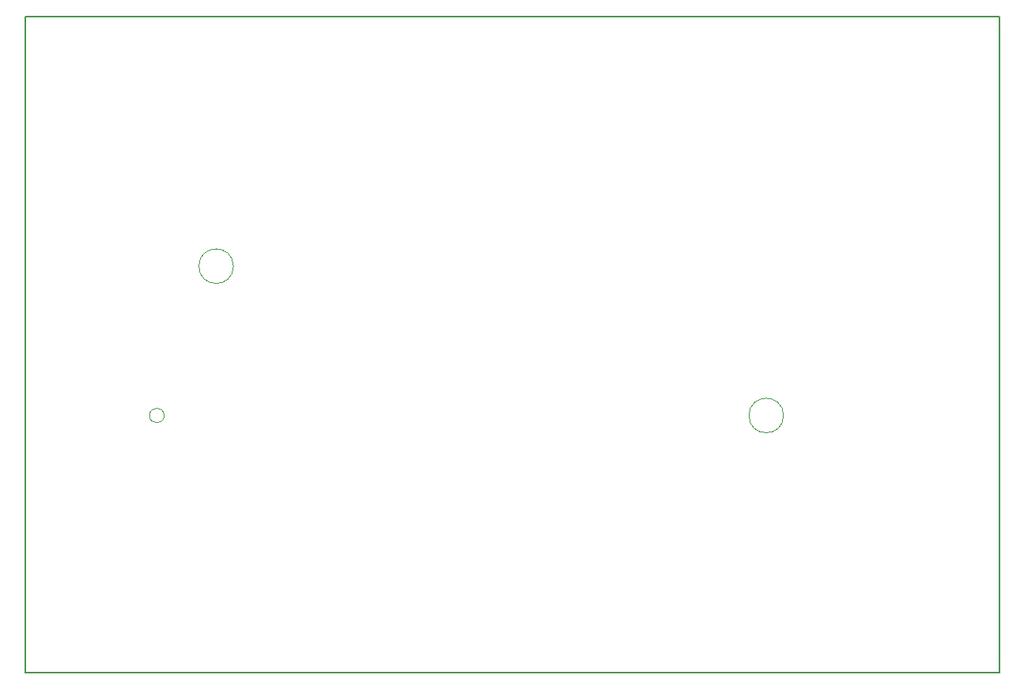
<source format=gbr>
%TF.GenerationSoftware,KiCad,Pcbnew,6.0.4-6f826c9f35~116~ubuntu21.10.1*%
%TF.CreationDate,2022-03-20T22:22:31+02:00*%
%TF.ProjectId,main,6d61696e-2e6b-4696-9361-645f70636258,rev?*%
%TF.SameCoordinates,Original*%
%TF.FileFunction,Profile,NP*%
%FSLAX46Y46*%
G04 Gerber Fmt 4.6, Leading zero omitted, Abs format (unit mm)*
G04 Created by KiCad (PCBNEW 6.0.4-6f826c9f35~116~ubuntu21.10.1) date 2022-03-20 22:22:31*
%MOMM*%
%LPD*%
G01*
G04 APERTURE LIST*
%TA.AperFunction,Profile*%
%ADD10C,0.200000*%
%TD*%
%TA.AperFunction,Profile*%
%ADD11C,0.020000*%
%TD*%
G04 APERTURE END LIST*
D10*
X189590000Y-131890000D02*
X85320000Y-131890000D01*
X85320000Y-131890000D02*
X85320000Y-61650000D01*
X85320000Y-61650000D02*
X189590000Y-61650000D01*
X189590000Y-61650000D02*
X189590000Y-131890000D01*
D11*
%TO.C,BT1*%
X166500000Y-104350000D02*
G75*
G03*
X166500000Y-104350000I-1850000J0D01*
G01*
X107600000Y-88350000D02*
G75*
G03*
X107600000Y-88350000I-1850000J0D01*
G01*
X100185000Y-104350000D02*
G75*
G03*
X100185000Y-104350000I-785000J0D01*
G01*
%TD*%
M02*

</source>
